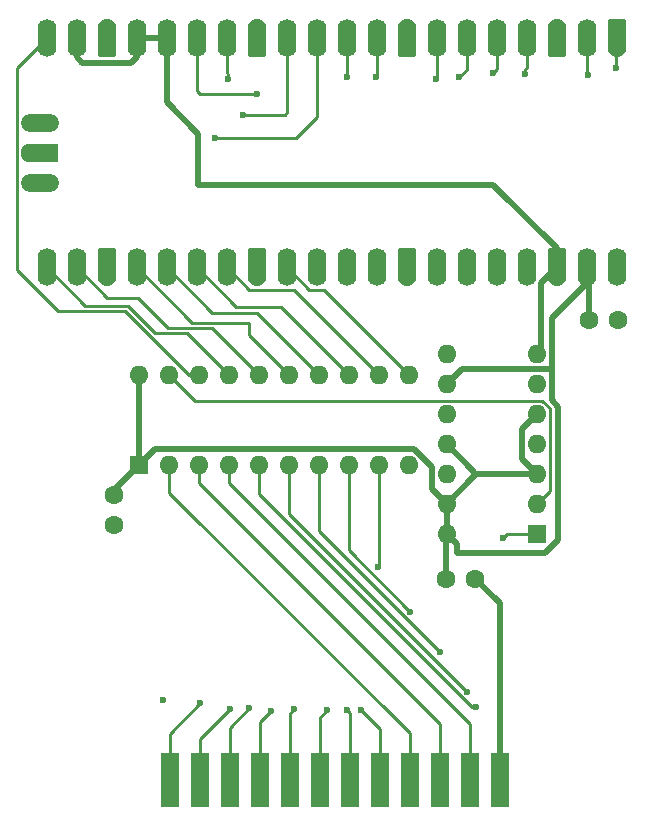
<source format=gtl>
%TF.GenerationSoftware,KiCad,Pcbnew,8.0.8-8.0.8-0~ubuntu22.04.1*%
%TF.CreationDate,2025-02-03T17:59:29-05:00*%
%TF.ProjectId,2600cart,32363030-6361-4727-942e-6b696361645f,rev?*%
%TF.SameCoordinates,Original*%
%TF.FileFunction,Copper,L1,Top*%
%TF.FilePolarity,Positive*%
%FSLAX46Y46*%
G04 Gerber Fmt 4.6, Leading zero omitted, Abs format (unit mm)*
G04 Created by KiCad (PCBNEW 8.0.8-8.0.8-0~ubuntu22.04.1) date 2025-02-03 17:59:29*
%MOMM*%
%LPD*%
G01*
G04 APERTURE LIST*
G04 Aperture macros list*
%AMRoundRect*
0 Rectangle with rounded corners*
0 $1 Rounding radius*
0 $2 $3 $4 $5 $6 $7 $8 $9 X,Y pos of 4 corners*
0 Add a 4 corners polygon primitive as box body*
4,1,4,$2,$3,$4,$5,$6,$7,$8,$9,$2,$3,0*
0 Add four circle primitives for the rounded corners*
1,1,$1+$1,$2,$3*
1,1,$1+$1,$4,$5*
1,1,$1+$1,$6,$7*
1,1,$1+$1,$8,$9*
0 Add four rect primitives between the rounded corners*
20,1,$1+$1,$2,$3,$4,$5,0*
20,1,$1+$1,$4,$5,$6,$7,0*
20,1,$1+$1,$6,$7,$8,$9,0*
20,1,$1+$1,$8,$9,$2,$3,0*%
%AMFreePoly0*
4,1,28,0.978017,0.779942,1.147107,0.720775,1.298792,0.625465,1.425465,0.498792,1.520775,0.347107,1.579942,0.178017,1.600000,0.000000,1.579942,-0.178017,1.520775,-0.347107,1.425465,-0.498792,1.298792,-0.625465,1.147107,-0.720775,0.978017,-0.779942,0.800000,-0.800000,-1.400000,-0.800000,-1.405014,-0.794986,-1.444504,-0.794986,-1.524698,-0.756366,-1.580194,-0.686777,-1.600000,-0.600000,
-1.600000,0.600000,-1.580194,0.686777,-1.524698,0.756366,-1.444504,0.794986,-1.405014,0.794986,-1.400000,0.800000,0.800000,0.800000,0.978017,0.779942,0.978017,0.779942,$1*%
%AMFreePoly1*
4,1,28,1.405014,0.794986,1.444504,0.794986,1.524698,0.756366,1.580194,0.686777,1.600000,0.600000,1.600000,-0.600000,1.580194,-0.686777,1.524698,-0.756366,1.444504,-0.794986,1.405014,-0.794986,1.400000,-0.800000,-0.800000,-0.800000,-0.978017,-0.779942,-1.147107,-0.720775,-1.298792,-0.625465,-1.425465,-0.498792,-1.520775,-0.347107,-1.579942,-0.178017,-1.600000,0.000000,-1.579942,0.178017,
-1.520775,0.347107,-1.425465,0.498792,-1.298792,0.625465,-1.147107,0.720775,-0.978017,0.779942,-0.800000,0.800000,1.400000,0.800000,1.405014,0.794986,1.405014,0.794986,$1*%
%AMFreePoly2*
4,1,29,1.778017,0.779942,1.947107,0.720775,2.098792,0.625465,2.225465,0.498792,2.320775,0.347107,2.379942,0.178017,2.400000,0.000000,2.379942,-0.178017,2.320775,-0.347107,2.225465,-0.498792,2.098792,-0.625465,1.947107,-0.720775,1.778017,-0.779942,1.600000,-0.800000,0.000000,-0.800000,-0.600000,-0.800000,-0.605014,-0.794986,-0.644504,-0.794986,-0.724698,-0.756366,-0.780194,-0.686777,
-0.800000,-0.600000,-0.800000,0.600000,-0.780194,0.686777,-0.724698,0.756366,-0.644504,0.794986,-0.605014,0.794986,-0.600000,0.800000,1.600000,0.800000,1.778017,0.779942,1.778017,0.779942,$1*%
G04 Aperture macros list end*
%TA.AperFunction,ConnectorPad*%
%ADD10R,1.524000X4.572000*%
%TD*%
%TA.AperFunction,ComponentPad*%
%ADD11C,1.600000*%
%TD*%
%TA.AperFunction,SMDPad,CuDef*%
%ADD12FreePoly0,270.000000*%
%TD*%
%TA.AperFunction,SMDPad,CuDef*%
%ADD13RoundRect,0.800000X-0.000010X0.800000X-0.000010X-0.800000X0.000010X-0.800000X0.000010X0.800000X0*%
%TD*%
%TA.AperFunction,SMDPad,CuDef*%
%ADD14FreePoly1,270.000000*%
%TD*%
%TA.AperFunction,SMDPad,CuDef*%
%ADD15RoundRect,0.800000X-0.800000X-0.000010X0.800000X-0.000010X0.800000X0.000010X-0.800000X0.000010X0*%
%TD*%
%TA.AperFunction,SMDPad,CuDef*%
%ADD16FreePoly2,180.000000*%
%TD*%
%TA.AperFunction,ComponentPad*%
%ADD17R,1.600000X1.600000*%
%TD*%
%TA.AperFunction,ComponentPad*%
%ADD18O,1.600000X1.600000*%
%TD*%
%TA.AperFunction,ViaPad*%
%ADD19C,0.600000*%
%TD*%
%TA.AperFunction,Conductor*%
%ADD20C,0.500000*%
%TD*%
%TA.AperFunction,Conductor*%
%ADD21C,0.250000*%
%TD*%
G04 APERTURE END LIST*
D10*
%TO.P,U1,1,A7*%
%TO.N,A7*%
X101554000Y-132771400D03*
%TO.P,U1,2,A6*%
%TO.N,A6*%
X104094000Y-132771400D03*
%TO.P,U1,3,A5*%
%TO.N,A5*%
X106634000Y-132771400D03*
%TO.P,U1,4,A4*%
%TO.N,A4*%
X109174000Y-132771400D03*
%TO.P,U1,5,A3*%
%TO.N,A3*%
X111714000Y-132771400D03*
%TO.P,U1,6,A2*%
%TO.N,A2*%
X114254000Y-132771400D03*
%TO.P,U1,7,A1*%
%TO.N,A1*%
X116794000Y-132771400D03*
%TO.P,U1,8,A0*%
%TO.N,A0*%
X119334000Y-132771400D03*
%TO.P,U1,9,D0*%
%TO.N,D0*%
X121874000Y-132771400D03*
%TO.P,U1,10,D1*%
%TO.N,D1*%
X124414000Y-132771400D03*
%TO.P,U1,11,D2*%
%TO.N,D2*%
X126954000Y-132771400D03*
%TO.P,U1,12,GND*%
%TO.N,GND*%
X129494000Y-132771400D03*
%TD*%
D11*
%TO.P,C1,1*%
%TO.N,VCC*%
X137047600Y-93827600D03*
%TO.P,C1,2*%
%TO.N,GND*%
X139547600Y-93827600D03*
%TD*%
%TO.P,C2,1*%
%TO.N,VCC*%
X96824800Y-108630400D03*
%TO.P,C2,2*%
%TO.N,GND*%
X96824800Y-111130400D03*
%TD*%
D12*
%TO.P,U4,1,GPIO0*%
%TO.N,A0*%
X139395200Y-69964400D03*
D13*
%TO.P,U4,2,GPIO1*%
%TO.N,A1*%
X136855200Y-69964400D03*
D14*
%TO.P,U4,3,GND*%
%TO.N,unconnected-(U4-GND-Pad3)*%
X134315200Y-69964400D03*
D13*
%TO.P,U4,4,GPIO2*%
%TO.N,A2*%
X131775200Y-69964400D03*
%TO.P,U4,5,GPIO3*%
%TO.N,A3*%
X129235200Y-69964400D03*
%TO.P,U4,6,GPIO4*%
%TO.N,A4*%
X126695200Y-69964400D03*
%TO.P,U4,7,GPIO5*%
%TO.N,A5*%
X124155200Y-69964400D03*
D14*
%TO.P,U4,8,GND*%
%TO.N,unconnected-(U4-GND-Pad8)*%
X121615200Y-69964400D03*
D13*
%TO.P,U4,9,GPIO6*%
%TO.N,A6*%
X119075200Y-69964400D03*
%TO.P,U4,10,GPIO7*%
%TO.N,A7*%
X116535200Y-69964400D03*
%TO.P,U4,11,GPIO8*%
%TO.N,A8*%
X113995200Y-69964400D03*
%TO.P,U4,12,GPIO9*%
%TO.N,A9*%
X111455200Y-69964400D03*
D14*
%TO.P,U4,13,GND*%
%TO.N,unconnected-(U4-GND-Pad13)*%
X108915200Y-69964400D03*
D13*
%TO.P,U4,14,GPIO10*%
%TO.N,A10*%
X106375200Y-69964400D03*
%TO.P,U4,15,GPIO11*%
%TO.N,A11*%
X103835200Y-69964400D03*
%TO.P,U4,16,GPIO12*%
%TO.N,GND*%
X101295200Y-69964400D03*
%TO.P,U4,17,GPIO13*%
X98755200Y-69964400D03*
D14*
%TO.P,U4,18,GND*%
%TO.N,unconnected-(U4-GND-Pad18)*%
X96215200Y-69964400D03*
D13*
%TO.P,U4,19,GPIO14*%
%TO.N,GND*%
X93675200Y-69964400D03*
%TO.P,U4,20,GPIO15*%
%TO.N,Net-(U3-B1)*%
X91135200Y-69964400D03*
%TO.P,U4,21,GPIO16*%
%TO.N,Net-(U3-B2)*%
X91135200Y-89344400D03*
%TO.P,U4,22,GPIO17*%
%TO.N,Net-(U3-B3)*%
X93675200Y-89344400D03*
D12*
%TO.P,U4,23,GND*%
%TO.N,unconnected-(U4-GND-Pad23)*%
X96215200Y-89344400D03*
D13*
%TO.P,U4,24,GPIO18*%
%TO.N,Net-(U3-B4)*%
X98755200Y-89344400D03*
%TO.P,U4,25,GPIO19*%
%TO.N,Net-(U3-B5)*%
X101295200Y-89344400D03*
%TO.P,U4,26,GPIO20*%
%TO.N,Net-(U3-B6)*%
X103835200Y-89344400D03*
%TO.P,U4,27,GPIO21*%
%TO.N,Net-(U3-B7)*%
X106375200Y-89344400D03*
D12*
%TO.P,U4,28,GND*%
%TO.N,unconnected-(U4-GND-Pad28)*%
X108915200Y-89344400D03*
D13*
%TO.P,U4,29,GPIO22*%
%TO.N,Net-(U3-B8)*%
X111455200Y-89344400D03*
%TO.P,U4,30,RUN*%
%TO.N,unconnected-(U4-RUN-Pad30)*%
X113995200Y-89344400D03*
%TO.P,U4,31,GPIO26_ADC0*%
%TO.N,unconnected-(U4-GPIO26_ADC0-Pad31)*%
X116535200Y-89344400D03*
%TO.P,U4,32,GPIO27_ADC1*%
%TO.N,unconnected-(U4-GPIO27_ADC1-Pad32)*%
X119075200Y-89344400D03*
D12*
%TO.P,U4,33,AGND*%
%TO.N,unconnected-(U4-AGND-Pad33)*%
X121615200Y-89344400D03*
D13*
%TO.P,U4,34,GPIO28_ADC2*%
%TO.N,unconnected-(U4-GPIO28_ADC2-Pad34)*%
X124155200Y-89344400D03*
%TO.P,U4,35,ADC_VREF*%
%TO.N,unconnected-(U4-ADC_VREF-Pad35)*%
X126695200Y-89344400D03*
%TO.P,U4,36,3V3*%
%TO.N,unconnected-(U4-3V3-Pad36)*%
X129235200Y-89344400D03*
%TO.P,U4,37,3V3_EN*%
%TO.N,unconnected-(U4-3V3_EN-Pad37)*%
X131775200Y-89344400D03*
D12*
%TO.P,U4,38,GND*%
%TO.N,GND*%
X134315200Y-89344400D03*
D13*
%TO.P,U4,39,VSYS*%
%TO.N,VCC*%
X136855200Y-89344400D03*
%TO.P,U4,40,VBUS*%
%TO.N,unconnected-(U4-VBUS-Pad40)*%
X139395200Y-89344400D03*
D15*
%TO.P,U4,D1*%
%TO.N,N/C*%
X90565200Y-77114400D03*
D16*
%TO.P,U4,D2*%
X91365200Y-79654400D03*
D15*
%TO.P,U4,D3*%
X90565200Y-82194400D03*
%TD*%
D17*
%TO.P,U5,1*%
%TO.N,A12*%
X132638800Y-111912400D03*
D18*
%TO.P,U5,2*%
%TO.N,Net-(U3-~{OE})*%
X132638800Y-109372400D03*
%TO.P,U5,3*%
%TO.N,VCC*%
X132638800Y-106832400D03*
%TO.P,U5,4*%
%TO.N,unconnected-(U5-Pad4)*%
X132638800Y-104292400D03*
%TO.P,U5,5*%
%TO.N,VCC*%
X132638800Y-101752400D03*
%TO.P,U5,6*%
%TO.N,unconnected-(U5-Pad6)*%
X132638800Y-99212400D03*
%TO.P,U5,7,GND*%
%TO.N,GND*%
X132638800Y-96672400D03*
%TO.P,U5,8*%
%TO.N,unconnected-(U5-Pad8)*%
X125018800Y-96672400D03*
%TO.P,U5,9*%
%TO.N,VCC*%
X125018800Y-99212400D03*
%TO.P,U5,10*%
%TO.N,unconnected-(U5-Pad10)*%
X125018800Y-101752400D03*
%TO.P,U5,11*%
%TO.N,VCC*%
X125018800Y-104292400D03*
%TO.P,U5,12*%
%TO.N,unconnected-(U5-Pad12)*%
X125018800Y-106832400D03*
%TO.P,U5,13*%
%TO.N,VCC*%
X125018800Y-109372400D03*
%TO.P,U5,14,VCC*%
X125018800Y-111912400D03*
%TD*%
D17*
%TO.P,U3,1,DIR*%
%TO.N,VCC*%
X98958400Y-106070400D03*
D18*
%TO.P,U3,2,A1*%
%TO.N,D0*%
X101498400Y-106070400D03*
%TO.P,U3,3,A2*%
%TO.N,D1*%
X104038400Y-106070400D03*
%TO.P,U3,4,A3*%
%TO.N,D2*%
X106578400Y-106070400D03*
%TO.P,U3,5,A4*%
%TO.N,D3*%
X109118400Y-106070400D03*
%TO.P,U3,6,A5*%
%TO.N,D4*%
X111658400Y-106070400D03*
%TO.P,U3,7,A6*%
%TO.N,D5*%
X114198400Y-106070400D03*
%TO.P,U3,8,A7*%
%TO.N,D6*%
X116738400Y-106070400D03*
%TO.P,U3,9,A8*%
%TO.N,D7*%
X119278400Y-106070400D03*
%TO.P,U3,10,GND*%
%TO.N,GND*%
X121818400Y-106070400D03*
%TO.P,U3,11,B8*%
%TO.N,Net-(U3-B8)*%
X121818400Y-98450400D03*
%TO.P,U3,12,B7*%
%TO.N,Net-(U3-B7)*%
X119278400Y-98450400D03*
%TO.P,U3,13,B6*%
%TO.N,Net-(U3-B6)*%
X116738400Y-98450400D03*
%TO.P,U3,14,B5*%
%TO.N,Net-(U3-B5)*%
X114198400Y-98450400D03*
%TO.P,U3,15,B4*%
%TO.N,Net-(U3-B4)*%
X111658400Y-98450400D03*
%TO.P,U3,16,B3*%
%TO.N,Net-(U3-B3)*%
X109118400Y-98450400D03*
%TO.P,U3,17,B2*%
%TO.N,Net-(U3-B2)*%
X106578400Y-98450400D03*
%TO.P,U3,18,B1*%
%TO.N,Net-(U3-B1)*%
X104038400Y-98450400D03*
%TO.P,U3,19,~{OE}*%
%TO.N,Net-(U3-~{OE})*%
X101498400Y-98450400D03*
%TO.P,U3,20,VCC*%
%TO.N,VCC*%
X98958400Y-98450400D03*
%TD*%
D11*
%TO.P,C3,1*%
%TO.N,VCC*%
X124917200Y-115722400D03*
%TO.P,C3,2*%
%TO.N,GND*%
X127417200Y-115722400D03*
%TD*%
D19*
%TO.N,GND*%
X101000000Y-126000000D03*
%TO.N,A12*%
X129794000Y-112217200D03*
%TO.N,A7*%
X104138881Y-126243019D03*
X116535200Y-73202800D03*
%TO.N,A6*%
X106629200Y-126746000D03*
X119024400Y-73202800D03*
%TO.N,A5*%
X108305600Y-126644400D03*
X124104400Y-73406000D03*
%TO.N,A4*%
X126085600Y-73202800D03*
X110134400Y-126898400D03*
%TO.N,A3*%
X128930400Y-72847200D03*
X112115600Y-126746000D03*
%TO.N,A2*%
X131673600Y-72948800D03*
X114909600Y-126847600D03*
%TO.N,A1*%
X136956800Y-73050400D03*
X116535200Y-126847600D03*
%TO.N,A0*%
X139344400Y-72440800D03*
X117754400Y-126847600D03*
%TO.N,D3*%
X127508000Y-126593600D03*
%TO.N,D4*%
X126756142Y-125313458D03*
%TO.N,D5*%
X124460000Y-121920000D03*
%TO.N,D6*%
X121930142Y-118506258D03*
%TO.N,D7*%
X119227600Y-114706400D03*
%TO.N,A10*%
X106476800Y-73355200D03*
%TO.N,A11*%
X108966000Y-74676000D03*
%TO.N,A9*%
X107797600Y-76403200D03*
%TO.N,A8*%
X105359200Y-78384400D03*
%TD*%
D20*
%TO.N,GND*%
X129494000Y-132771400D02*
X129494000Y-117799200D01*
X129494000Y-117799200D02*
X127417200Y-115722400D01*
%TO.N,VCC*%
X136855200Y-90688233D02*
X133888800Y-93654633D01*
X123768800Y-106253033D02*
X122265367Y-104749600D01*
X136855200Y-89344400D02*
X136855200Y-90688233D01*
X125018800Y-99212400D02*
X126268800Y-97962400D01*
X96824800Y-108630400D02*
X96824800Y-108204000D01*
X137047600Y-89536800D02*
X136855200Y-89344400D01*
X131388800Y-105582400D02*
X132638800Y-106832400D01*
X132638800Y-101752400D02*
X131388800Y-103002400D01*
X133888800Y-98094800D02*
X133888800Y-100598236D01*
X123768800Y-108122400D02*
X123768800Y-106253033D01*
X133350000Y-113487200D02*
X125882400Y-113487200D01*
X133756400Y-97962400D02*
X133888800Y-98094800D01*
X125018800Y-109372400D02*
X123768800Y-108122400D01*
X127355600Y-107035600D02*
X125018800Y-109372400D01*
X127355600Y-106629200D02*
X127355600Y-107035600D01*
X125018800Y-104292400D02*
X127355600Y-106629200D01*
X131388800Y-103002400D02*
X131388800Y-105582400D01*
X133888800Y-93654633D02*
X133888800Y-98094800D01*
X132638800Y-106832400D02*
X127558800Y-106832400D01*
X125882400Y-113487200D02*
X125882400Y-112776000D01*
X134416800Y-112420400D02*
X133350000Y-113487200D01*
X125018800Y-111912400D02*
X125018800Y-109372400D01*
X124917200Y-115722400D02*
X124917200Y-112014000D01*
X126268800Y-97962400D02*
X133756400Y-97962400D01*
X96824800Y-108204000D02*
X98958400Y-106070400D01*
X124917200Y-112014000D02*
X125018800Y-111912400D01*
X98958400Y-98450400D02*
X98958400Y-106070400D01*
X122265367Y-104749600D02*
X100279200Y-104749600D01*
X127558800Y-106832400D02*
X127355600Y-107035600D01*
X137047600Y-93827600D02*
X137047600Y-89536800D01*
X100279200Y-104749600D02*
X98958400Y-106070400D01*
X134416800Y-101126236D02*
X134416800Y-112420400D01*
X133888800Y-100598236D02*
X134416800Y-101126236D01*
X125882400Y-112776000D02*
X125018800Y-111912400D01*
%TO.N,GND*%
X103987600Y-78073461D02*
X103987600Y-82346800D01*
X93675200Y-71564400D02*
X94135218Y-72024418D01*
X98755200Y-71564400D02*
X98755200Y-69964400D01*
X134315200Y-87739400D02*
X134315200Y-89344400D01*
X101295200Y-69964400D02*
X101295200Y-75381061D01*
X98755200Y-69964400D02*
X101295200Y-69964400D01*
X98295182Y-72024418D02*
X98755200Y-71564400D01*
X94135218Y-72024418D02*
X98295182Y-72024418D01*
X103987600Y-82346800D02*
X128922600Y-82346800D01*
X101295200Y-75381061D02*
X103987600Y-78073461D01*
X132638800Y-96672400D02*
X133025200Y-96286000D01*
X93675200Y-69964400D02*
X93675200Y-71564400D01*
X133025200Y-90634400D02*
X134315200Y-89344400D01*
X128922600Y-82346800D02*
X134315200Y-87739400D01*
X133025200Y-96286000D02*
X133025200Y-90634400D01*
D21*
%TO.N,A12*%
X130098800Y-111912400D02*
X132638800Y-111912400D01*
X129794000Y-112217200D02*
X130098800Y-111912400D01*
%TO.N,A7*%
X101554000Y-128827900D02*
X104138881Y-126243019D01*
X101554000Y-132771400D02*
X101554000Y-128827900D01*
X116535200Y-73202800D02*
X116535200Y-69964400D01*
%TO.N,A6*%
X104094000Y-132771400D02*
X104094000Y-129281200D01*
X119024400Y-73202800D02*
X119075200Y-73152000D01*
X119075200Y-73152000D02*
X119075200Y-69964400D01*
X104094000Y-129281200D02*
X106629200Y-126746000D01*
%TO.N,A5*%
X124155200Y-73355200D02*
X124155200Y-69964400D01*
X106634000Y-132771400D02*
X106634000Y-128316000D01*
X124104400Y-73406000D02*
X124155200Y-73355200D01*
X106634000Y-128316000D02*
X108305600Y-126644400D01*
%TO.N,A4*%
X126695200Y-72593200D02*
X126695200Y-69964400D01*
X126085600Y-73202800D02*
X126695200Y-72593200D01*
X109174000Y-127858800D02*
X110134400Y-126898400D01*
X109174000Y-132771400D02*
X109174000Y-127858800D01*
%TO.N,A3*%
X111714000Y-132771400D02*
X111714000Y-127147600D01*
X111714000Y-127147600D02*
X112115600Y-126746000D01*
X129235200Y-72542400D02*
X129235200Y-69964400D01*
X128930400Y-72847200D02*
X129235200Y-72542400D01*
%TO.N,A2*%
X114254000Y-127503200D02*
X114909600Y-126847600D01*
X114254000Y-132771400D02*
X114254000Y-127503200D01*
X131673600Y-72948800D02*
X131673600Y-72542400D01*
X131775200Y-72440800D02*
X131775200Y-69964400D01*
X131673600Y-72542400D02*
X131775200Y-72440800D01*
%TO.N,A1*%
X116794000Y-127106400D02*
X116535200Y-126847600D01*
X116794000Y-132771400D02*
X116794000Y-127106400D01*
X136855200Y-72948800D02*
X136855200Y-69964400D01*
X136956800Y-73050400D02*
X136855200Y-72948800D01*
%TO.N,A0*%
X139344400Y-70015200D02*
X139395200Y-69964400D01*
X139344400Y-72440800D02*
X139344400Y-70015200D01*
X119334000Y-132771400D02*
X119334000Y-128427200D01*
X119334000Y-128427200D02*
X117754400Y-126847600D01*
%TO.N,D0*%
X101498400Y-108407200D02*
X101498400Y-106070400D01*
X121874000Y-128782800D02*
X101498400Y-108407200D01*
X121874000Y-132771400D02*
X121874000Y-128782800D01*
%TO.N,D1*%
X124414000Y-127970000D02*
X104038400Y-107594400D01*
X124414000Y-132771400D02*
X124414000Y-127970000D01*
X104038400Y-107594400D02*
X104038400Y-106070400D01*
%TO.N,D2*%
X106578400Y-107594400D02*
X106578400Y-106070400D01*
X126954000Y-127970000D02*
X106578400Y-107594400D01*
X126954000Y-132771400D02*
X126954000Y-127970000D01*
%TO.N,D3*%
X109118400Y-108559600D02*
X109118400Y-106070400D01*
X127508000Y-126593600D02*
X127152400Y-126593600D01*
X127152400Y-126593600D02*
X109118400Y-108559600D01*
%TO.N,D4*%
X126756142Y-125313458D02*
X111658400Y-110215716D01*
X111658400Y-110215716D02*
X111658400Y-106070400D01*
%TO.N,D5*%
X114198400Y-111658400D02*
X114198400Y-106070400D01*
X124460000Y-121920000D02*
X114198400Y-111658400D01*
%TO.N,D6*%
X121930142Y-118506258D02*
X116738400Y-113314516D01*
X116738400Y-113314516D02*
X116738400Y-106070400D01*
%TO.N,D7*%
X119227600Y-114706400D02*
X119278400Y-114655600D01*
X119278400Y-114655600D02*
X119278400Y-106070400D01*
%TO.N,A10*%
X106375200Y-72898000D02*
X106375200Y-69964400D01*
X106476800Y-72999600D02*
X106375200Y-72898000D01*
X106476800Y-73355200D02*
X106476800Y-72999600D01*
%TO.N,A11*%
X108966000Y-74676000D02*
X104140000Y-74676000D01*
X104140000Y-74676000D02*
X103835200Y-74371200D01*
X103835200Y-74371200D02*
X103835200Y-69964400D01*
%TO.N,A9*%
X111506000Y-76200000D02*
X111455200Y-76149200D01*
X111455200Y-76149200D02*
X111455200Y-69964400D01*
X107797600Y-76403200D02*
X111302800Y-76403200D01*
X111302800Y-76403200D02*
X111506000Y-76200000D01*
%TO.N,A8*%
X105359200Y-78384400D02*
X112217200Y-78384400D01*
X113995200Y-76606400D02*
X113995200Y-69964400D01*
X112217200Y-78384400D02*
X113995200Y-76606400D01*
%TO.N,Net-(U3-B1)*%
X92144000Y-93058400D02*
X88630169Y-89544569D01*
X88630169Y-72469431D02*
X91135200Y-69964400D01*
X103198804Y-98450400D02*
X97806804Y-93058400D01*
X97806804Y-93058400D02*
X92144000Y-93058400D01*
X88630169Y-89544569D02*
X88630169Y-72469431D01*
X104038400Y-98450400D02*
X103198804Y-98450400D01*
%TO.N,Net-(U3-B3)*%
X109118400Y-98450400D02*
X105148800Y-94480800D01*
X105148800Y-94480800D02*
X101389600Y-94480800D01*
X98856800Y-91948000D02*
X96278800Y-91948000D01*
X101389600Y-94480800D02*
X98856800Y-91948000D01*
X96278800Y-91948000D02*
X93675200Y-89344400D01*
%TO.N,Net-(U3-B2)*%
X94399200Y-92608400D02*
X91135200Y-89344400D01*
X103058800Y-94930800D02*
X100315600Y-94930800D01*
X100315600Y-94930800D02*
X97993200Y-92608400D01*
X97993200Y-92608400D02*
X94399200Y-92608400D01*
X106578400Y-98450400D02*
X103058800Y-94930800D01*
%TO.N,Net-(U3-B5)*%
X114198400Y-98450400D02*
X108915200Y-93167200D01*
X108915200Y-93167200D02*
X105118000Y-93167200D01*
X105118000Y-93167200D02*
X101295200Y-89344400D01*
%TO.N,Net-(U3-B7)*%
X108310231Y-91279431D02*
X106375200Y-89344400D01*
X119278400Y-98450400D02*
X112107431Y-91279431D01*
X112107431Y-91279431D02*
X108310231Y-91279431D01*
%TO.N,Net-(U3-B4)*%
X108305600Y-95097600D02*
X108305600Y-94030800D01*
X108305600Y-94030800D02*
X103441600Y-94030800D01*
X111658400Y-98450400D02*
X108305600Y-95097600D01*
X103441600Y-94030800D02*
X98755200Y-89344400D01*
%TO.N,Net-(U3-B8)*%
X121818400Y-98450400D02*
X114637400Y-91269400D01*
X114637400Y-91269400D02*
X113380200Y-91269400D01*
X113380200Y-91269400D02*
X111455200Y-89344400D01*
%TO.N,Net-(U3-~{OE})*%
X133104791Y-100627400D02*
X133763800Y-101286409D01*
X101498400Y-98450400D02*
X103675400Y-100627400D01*
X133763800Y-108247400D02*
X132638800Y-109372400D01*
X133763800Y-101286409D02*
X133763800Y-108247400D01*
X103675400Y-100627400D02*
X133104791Y-100627400D01*
%TO.N,Net-(U3-B6)*%
X110947200Y-92659200D02*
X107150000Y-92659200D01*
X116738400Y-98450400D02*
X110947200Y-92659200D01*
X107150000Y-92659200D02*
X103835200Y-89344400D01*
%TD*%
M02*

</source>
